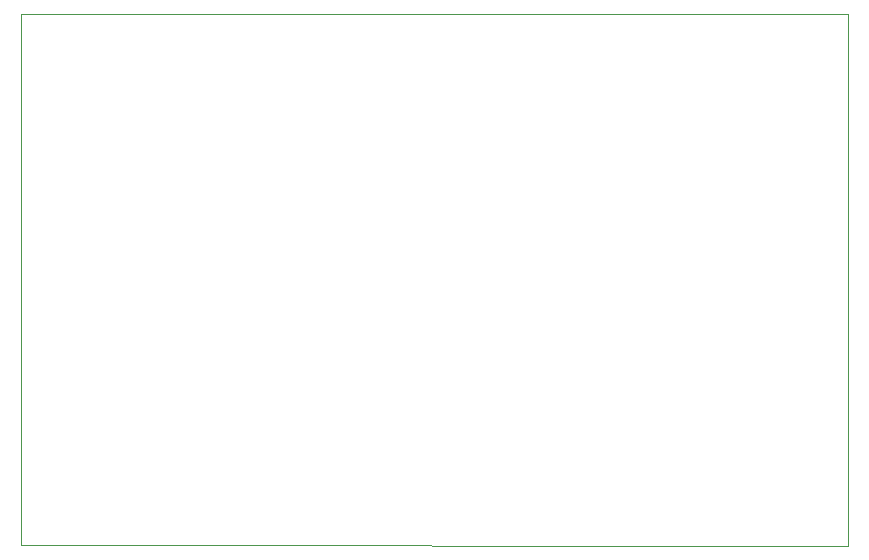
<source format=gbr>
%TF.GenerationSoftware,KiCad,Pcbnew,5.1.10-88a1d61d58~88~ubuntu18.04.1*%
%TF.CreationDate,2021-08-17T21:06:30+02:00*%
%TF.ProjectId,Mainboard,4d61696e-626f-4617-9264-2e6b69636164,rev?*%
%TF.SameCoordinates,Original*%
%TF.FileFunction,Profile,NP*%
%FSLAX46Y46*%
G04 Gerber Fmt 4.6, Leading zero omitted, Abs format (unit mm)*
G04 Created by KiCad (PCBNEW 5.1.10-88a1d61d58~88~ubuntu18.04.1) date 2021-08-17 21:06:30*
%MOMM*%
%LPD*%
G01*
G04 APERTURE LIST*
%TA.AperFunction,Profile*%
%ADD10C,0.050000*%
%TD*%
G04 APERTURE END LIST*
D10*
X180000000Y-40000000D02*
X110000000Y-40000000D01*
X180000000Y-85090000D02*
X180000000Y-40000000D01*
X110000000Y-85000000D02*
X180000000Y-85090000D01*
X110000000Y-40000000D02*
X110000000Y-85000000D01*
M02*

</source>
